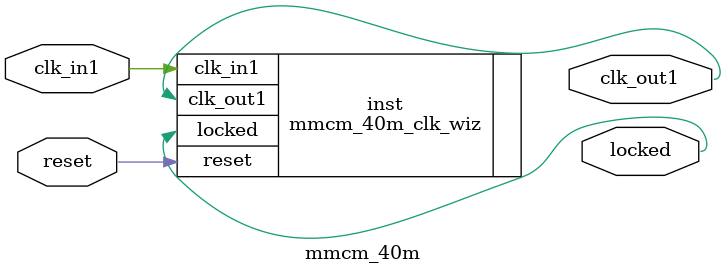
<source format=v>


`timescale 1ps/1ps

(* CORE_GENERATION_INFO = "mmcm_40m,clk_wiz_v6_0_5_0_0,{component_name=mmcm_40m,use_phase_alignment=false,use_min_o_jitter=false,use_max_i_jitter=false,use_dyn_phase_shift=false,use_inclk_switchover=false,use_dyn_reconfig=false,enable_axi=0,feedback_source=FDBK_AUTO,PRIMITIVE=MMCM,num_out_clk=1,clkin1_period=7.813,clkin2_period=10.000,use_power_down=false,use_reset=true,use_locked=true,use_inclk_stopped=false,feedback_type=SINGLE,CLOCK_MGR_TYPE=NA,manual_override=false}" *)

module mmcm_40m 
 (
  // Clock out ports
  output        clk_out1,
  // Status and control signals
  input         reset,
  output        locked,
 // Clock in ports
  input         clk_in1
 );

  mmcm_40m_clk_wiz inst
  (
  // Clock out ports  
  .clk_out1(clk_out1),
  // Status and control signals               
  .reset(reset), 
  .locked(locked),
 // Clock in ports
  .clk_in1(clk_in1)
  );

endmodule

</source>
